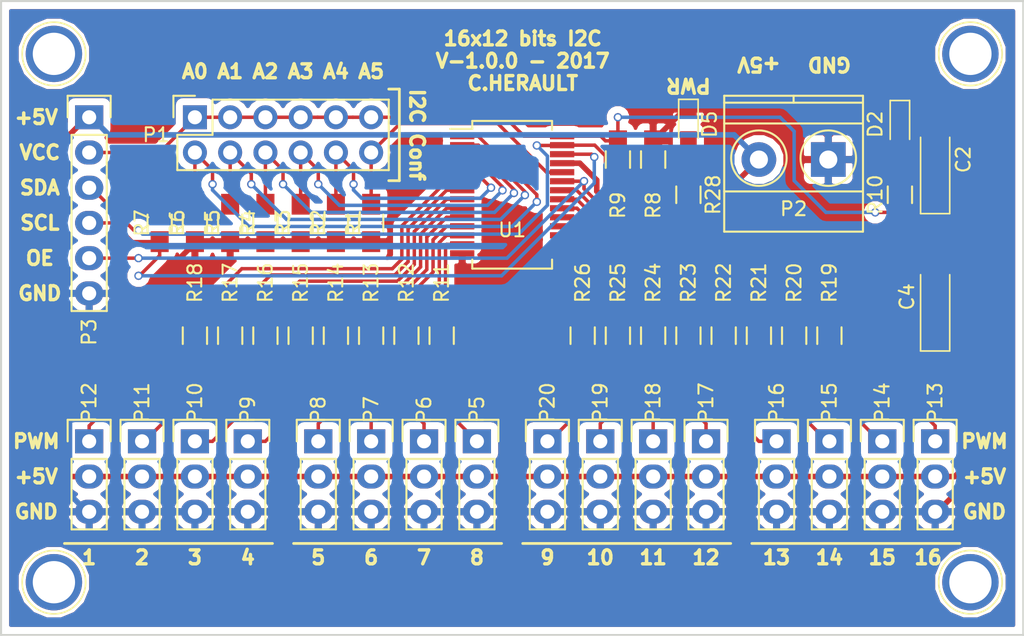
<source format=kicad_pcb>
(kicad_pcb (version 4) (host pcbnew 4.0.5-e0-6337~49~ubuntu16.04.1)
  (layers (0 F.Cu signal) (31 B.Cu signal) (34 B.Paste user) (35 F.Paste user) (36 B.SilkS user) (37 F.SilkS user) (38 B.Mask user) (39 F.Mask user) (44 Edge.Cuts user))
  (net 0 "")
  (net 1 GND)
  (net 2 VCC)
  (net 3 +5V)
  (net 4 "Net-(D2-Pad2)")
  (net 5 "Net-(D5-Pad2)")
  (net 6 "Net-(P1-Pad2)")
  (net 7 "Net-(P1-Pad4)")
  (net 8 "Net-(P1-Pad6)")
  (net 9 "Net-(P1-Pad8)")
  (net 10 "Net-(P1-Pad10)")
  (net 11 "Net-(P1-Pad12)")
  (net 12 SDA)
  (net 13 SCL)
  (net 14 OE)
  (net 15 "Net-(P5-Pad1)")
  (net 16 "Net-(P6-Pad1)")
  (net 17 "Net-(P7-Pad1)")
  (net 18 "Net-(P8-Pad1)")
  (net 19 "Net-(P9-Pad1)")
  (net 20 "Net-(P10-Pad1)")
  (net 21 "Net-(P11-Pad1)")
  (net 22 "Net-(P12-Pad1)")
  (net 23 "Net-(P13-Pad1)")
  (net 24 "Net-(P14-Pad1)")
  (net 25 "Net-(P15-Pad1)")
  (net 26 "Net-(P16-Pad1)")
  (net 27 "Net-(P17-Pad1)")
  (net 28 "Net-(P18-Pad1)")
  (net 29 "Net-(P19-Pad1)")
  (net 30 "Net-(P20-Pad1)")
  (net 31 PWM7)
  (net 32 PWM6)
  (net 33 PWM5)
  (net 34 PWM4)
  (net 35 PWM3)
  (net 36 PWM2)
  (net 37 PWM1)
  (net 38 PWM0)
  (net 39 PWM15)
  (net 40 PWM14)
  (net 41 PWM13)
  (net 42 PWM12)
  (net 43 PWM11)
  (net 44 PWM10)
  (net 45 PWM9)
  (net 46 PWM8)
  (module Connectors:1pin (layer F.Cu) (at 71.12 129.54)
    (fp_text reference REF** hide)
    (fp_text value 1pin)
    (pad 1 thru_hole circle (at 0 0) (size 4.064 4.064) (drill 3.048) (layers *.Cu *.Mask))
  )
  (module Connectors:1pin (layer F.Cu) (at 137.16 129.54)
    (fp_text reference REF** hide)
    (fp_text value 1pin)
    (pad 1 thru_hole circle (at 0 0) (size 4.064 4.064) (drill 3.048) (layers *.Cu *.Mask))
  )
  (module Connectors:1pin (layer F.Cu) (at 137.16 91.44)
    (fp_text reference REF** hide)
    (fp_text value 1pin)
    (pad 1 thru_hole circle (at 0 0) (size 4.064 4.064) (drill 3.048) (layers *.Cu *.Mask))
  )
  (module LEDs:LED_0805 (layer F.Cu) (at 132.08 96.604 270)
    (fp_text reference D2 (at -0.084 1.778 270) (layer F.SilkS))
    (fp_text value LED_Small)
    (pad 2 smd rect (at 1.1 0 90) (size 1.2 1.2) (layers F.Cu F.Paste F.Mask) (net 4 "Net-(D2-Pad2)"))
    (pad 1 smd rect (at -1.1 0 90) (size 1.2 1.2) (layers F.Cu F.Paste F.Mask) (net 1 GND))
  )
  (module LEDs:LED_0805 (layer F.Cu) (at 116.84 96.52 270)
    (fp_text reference D5 (at 0 -1.524 270) (layer F.SilkS))
    (fp_text value LED_Small)
    (pad 2 smd rect (at 1.1 0 90) (size 1.2 1.2) (layers F.Cu F.Paste F.Mask) (net 5 "Net-(D5-Pad2)"))
    (pad 1 smd rect (at -1.1 0 90) (size 1.2 1.2) (layers F.Cu F.Paste F.Mask) (net 1 GND))
  )
  (module Socket_Strips:Socket_Strip_Straight_2x06 (layer F.Cu) (at 81.28 96.012)
    (fp_text reference P1 (at -2.794 1.27) (layer F.SilkS))
    (fp_text value CONN_02X06)
    (pad 1 thru_hole rect (at 0 0) (size 1.7272 1.7272) (drill 1.016) (layers *.Cu *.Mask) (net 2 VCC))
    (pad 2 thru_hole oval (at 0 2.54) (size 1.7272 1.7272) (drill 1.016) (layers *.Cu *.Mask) (net 6 "Net-(P1-Pad2)"))
    (pad 3 thru_hole oval (at 2.54 0) (size 1.7272 1.7272) (drill 1.016) (layers *.Cu *.Mask) (net 2 VCC))
    (pad 4 thru_hole oval (at 2.54 2.54) (size 1.7272 1.7272) (drill 1.016) (layers *.Cu *.Mask) (net 7 "Net-(P1-Pad4)"))
    (pad 5 thru_hole oval (at 5.08 0) (size 1.7272 1.7272) (drill 1.016) (layers *.Cu *.Mask) (net 2 VCC))
    (pad 6 thru_hole oval (at 5.08 2.54) (size 1.7272 1.7272) (drill 1.016) (layers *.Cu *.Mask) (net 8 "Net-(P1-Pad6)"))
    (pad 7 thru_hole oval (at 7.62 0) (size 1.7272 1.7272) (drill 1.016) (layers *.Cu *.Mask) (net 2 VCC))
    (pad 8 thru_hole oval (at 7.62 2.54) (size 1.7272 1.7272) (drill 1.016) (layers *.Cu *.Mask) (net 9 "Net-(P1-Pad8)"))
    (pad 9 thru_hole oval (at 10.16 0) (size 1.7272 1.7272) (drill 1.016) (layers *.Cu *.Mask) (net 2 VCC))
    (pad 10 thru_hole oval (at 10.16 2.54) (size 1.7272 1.7272) (drill 1.016) (layers *.Cu *.Mask) (net 10 "Net-(P1-Pad10)"))
    (pad 11 thru_hole oval (at 12.7 0) (size 1.7272 1.7272) (drill 1.016) (layers *.Cu *.Mask) (net 2 VCC))
    (pad 12 thru_hole oval (at 12.7 2.54) (size 1.7272 1.7272) (drill 1.016) (layers *.Cu *.Mask) (net 11 "Net-(P1-Pad12)"))
  )
  (module Connectors_Terminal_Blocks:TerminalBlock_Pheonix_MKDS1.5-2pol (layer F.Cu) (at 126.92 99.06 180)
    (fp_text reference P2 (at 2.5 -3.556 180) (layer F.SilkS))
    (fp_text value CONN_01X02)
    (pad 1 thru_hole rect (at 0 0 180) (size 2.5 2.5) (drill 1.3) (layers *.Cu *.Mask) (net 1 GND))
    (pad 2 thru_hole circle (at 5 0 180) (size 2.5 2.5) (drill 1.3) (layers *.Cu *.Mask) (net 3 +5V))
  )
  (module Socket_Strips:Socket_Strip_Straight_1x06 (layer F.Cu) (at 73.66 96.012 270)
    (fp_text reference P3 (at 15.494 0 270) (layer F.SilkS))
    (fp_text value CONN_01X06)
    (pad 1 thru_hole rect (at 0 0 270) (size 1.7272 2.032) (drill 1.016) (layers *.Cu *.Mask) (net 3 +5V))
    (pad 2 thru_hole oval (at 2.54 0 270) (size 1.7272 2.032) (drill 1.016) (layers *.Cu *.Mask) (net 2 VCC))
    (pad 3 thru_hole oval (at 5.08 0 270) (size 1.7272 2.032) (drill 1.016) (layers *.Cu *.Mask) (net 12 SDA))
    (pad 4 thru_hole oval (at 7.62 0 270) (size 1.7272 2.032) (drill 1.016) (layers *.Cu *.Mask) (net 13 SCL))
    (pad 5 thru_hole oval (at 10.16 0 270) (size 1.7272 2.032) (drill 1.016) (layers *.Cu *.Mask) (net 14 OE))
    (pad 6 thru_hole oval (at 12.7 0 270) (size 1.7272 2.032) (drill 1.016) (layers *.Cu *.Mask) (net 1 GND))
  )
  (module Socket_Strips:Socket_Strip_Straight_1x03 (layer F.Cu) (at 101.6 119.38 270)
    (fp_text reference P5 (at -2.286 0 270) (layer F.SilkS))
    (fp_text value CONN_01X03)
    (pad 1 thru_hole rect (at 0 0 270) (size 1.7272 2.032) (drill 1.016) (layers *.Cu *.Mask) (net 15 "Net-(P5-Pad1)"))
    (pad 2 thru_hole oval (at 2.54 0 270) (size 1.7272 2.032) (drill 1.016) (layers *.Cu *.Mask) (net 3 +5V))
    (pad 3 thru_hole oval (at 5.08 0 270) (size 1.7272 2.032) (drill 1.016) (layers *.Cu *.Mask) (net 1 GND))
  )
  (module Socket_Strips:Socket_Strip_Straight_1x03 (layer F.Cu) (at 97.79 119.38 270)
    (fp_text reference P6 (at -2.286 0 270) (layer F.SilkS))
    (fp_text value CONN_01X03)
    (pad 1 thru_hole rect (at 0 0 270) (size 1.7272 2.032) (drill 1.016) (layers *.Cu *.Mask) (net 16 "Net-(P6-Pad1)"))
    (pad 2 thru_hole oval (at 2.54 0 270) (size 1.7272 2.032) (drill 1.016) (layers *.Cu *.Mask) (net 3 +5V))
    (pad 3 thru_hole oval (at 5.08 0 270) (size 1.7272 2.032) (drill 1.016) (layers *.Cu *.Mask) (net 1 GND))
  )
  (module Socket_Strips:Socket_Strip_Straight_1x03 (layer F.Cu) (at 93.98 119.38 270)
    (fp_text reference P7 (at -2.286 0 270) (layer F.SilkS))
    (fp_text value CONN_01X03)
    (pad 1 thru_hole rect (at 0 0 270) (size 1.7272 2.032) (drill 1.016) (layers *.Cu *.Mask) (net 17 "Net-(P7-Pad1)"))
    (pad 2 thru_hole oval (at 2.54 0 270) (size 1.7272 2.032) (drill 1.016) (layers *.Cu *.Mask) (net 3 +5V))
    (pad 3 thru_hole oval (at 5.08 0 270) (size 1.7272 2.032) (drill 1.016) (layers *.Cu *.Mask) (net 1 GND))
  )
  (module Socket_Strips:Socket_Strip_Straight_1x03 (layer F.Cu) (at 90.17 119.38 270)
    (fp_text reference P8 (at -2.286 0 270) (layer F.SilkS))
    (fp_text value CONN_01X03)
    (pad 1 thru_hole rect (at 0 0 270) (size 1.7272 2.032) (drill 1.016) (layers *.Cu *.Mask) (net 18 "Net-(P8-Pad1)"))
    (pad 2 thru_hole oval (at 2.54 0 270) (size 1.7272 2.032) (drill 1.016) (layers *.Cu *.Mask) (net 3 +5V))
    (pad 3 thru_hole oval (at 5.08 0 270) (size 1.7272 2.032) (drill 1.016) (layers *.Cu *.Mask) (net 1 GND))
  )
  (module Socket_Strips:Socket_Strip_Straight_1x03 (layer F.Cu) (at 85.09 119.38 270)
    (fp_text reference P9 (at -2.286 0 270) (layer F.SilkS))
    (fp_text value CONN_01X03)
    (pad 1 thru_hole rect (at 0 0 270) (size 1.7272 2.032) (drill 1.016) (layers *.Cu *.Mask) (net 19 "Net-(P9-Pad1)"))
    (pad 2 thru_hole oval (at 2.54 0 270) (size 1.7272 2.032) (drill 1.016) (layers *.Cu *.Mask) (net 3 +5V))
    (pad 3 thru_hole oval (at 5.08 0 270) (size 1.7272 2.032) (drill 1.016) (layers *.Cu *.Mask) (net 1 GND))
  )
  (module Socket_Strips:Socket_Strip_Straight_1x03 (layer F.Cu) (at 81.28 119.38 270)
    (fp_text reference P10 (at -2.794 0 270) (layer F.SilkS))
    (fp_text value CONN_01X03)
    (pad 1 thru_hole rect (at 0 0 270) (size 1.7272 2.032) (drill 1.016) (layers *.Cu *.Mask) (net 20 "Net-(P10-Pad1)"))
    (pad 2 thru_hole oval (at 2.54 0 270) (size 1.7272 2.032) (drill 1.016) (layers *.Cu *.Mask) (net 3 +5V))
    (pad 3 thru_hole oval (at 5.08 0 270) (size 1.7272 2.032) (drill 1.016) (layers *.Cu *.Mask) (net 1 GND))
  )
  (module Socket_Strips:Socket_Strip_Straight_1x03 (layer F.Cu) (at 77.47 119.38 270)
    (fp_text reference P11 (at -2.794 0 270) (layer F.SilkS))
    (fp_text value CONN_01X03)
    (pad 1 thru_hole rect (at 0 0 270) (size 1.7272 2.032) (drill 1.016) (layers *.Cu *.Mask) (net 21 "Net-(P11-Pad1)"))
    (pad 2 thru_hole oval (at 2.54 0 270) (size 1.7272 2.032) (drill 1.016) (layers *.Cu *.Mask) (net 3 +5V))
    (pad 3 thru_hole oval (at 5.08 0 270) (size 1.7272 2.032) (drill 1.016) (layers *.Cu *.Mask) (net 1 GND))
  )
  (module Socket_Strips:Socket_Strip_Straight_1x03 (layer F.Cu) (at 73.66 119.38 270)
    (fp_text reference P12 (at -2.794 0 270) (layer F.SilkS))
    (fp_text value CONN_01X03)
    (pad 1 thru_hole rect (at 0 0 270) (size 1.7272 2.032) (drill 1.016) (layers *.Cu *.Mask) (net 22 "Net-(P12-Pad1)"))
    (pad 2 thru_hole oval (at 2.54 0 270) (size 1.7272 2.032) (drill 1.016) (layers *.Cu *.Mask) (net 3 +5V))
    (pad 3 thru_hole oval (at 5.08 0 270) (size 1.7272 2.032) (drill 1.016) (layers *.Cu *.Mask) (net 1 GND))
  )
  (module Socket_Strips:Socket_Strip_Straight_1x03 (layer F.Cu) (at 134.62 119.38 270)
    (fp_text reference P13 (at -2.794 0 270) (layer F.SilkS))
    (fp_text value CONN_01X03)
    (pad 1 thru_hole rect (at 0 0 270) (size 1.7272 2.032) (drill 1.016) (layers *.Cu *.Mask) (net 23 "Net-(P13-Pad1)"))
    (pad 2 thru_hole oval (at 2.54 0 270) (size 1.7272 2.032) (drill 1.016) (layers *.Cu *.Mask) (net 3 +5V))
    (pad 3 thru_hole oval (at 5.08 0 270) (size 1.7272 2.032) (drill 1.016) (layers *.Cu *.Mask) (net 1 GND))
  )
  (module Socket_Strips:Socket_Strip_Straight_1x03 (layer F.Cu) (at 130.81 119.38 270)
    (fp_text reference P14 (at -2.794 0 270) (layer F.SilkS))
    (fp_text value CONN_01X03)
    (pad 1 thru_hole rect (at 0 0 270) (size 1.7272 2.032) (drill 1.016) (layers *.Cu *.Mask) (net 24 "Net-(P14-Pad1)"))
    (pad 2 thru_hole oval (at 2.54 0 270) (size 1.7272 2.032) (drill 1.016) (layers *.Cu *.Mask) (net 3 +5V))
    (pad 3 thru_hole oval (at 5.08 0 270) (size 1.7272 2.032) (drill 1.016) (layers *.Cu *.Mask) (net 1 GND))
  )
  (module Socket_Strips:Socket_Strip_Straight_1x03 (layer F.Cu) (at 127 119.38 270)
    (fp_text reference P15 (at -2.794 0 270) (layer F.SilkS))
    (fp_text value CONN_01X03)
    (pad 1 thru_hole rect (at 0 0 270) (size 1.7272 2.032) (drill 1.016) (layers *.Cu *.Mask) (net 25 "Net-(P15-Pad1)"))
    (pad 2 thru_hole oval (at 2.54 0 270) (size 1.7272 2.032) (drill 1.016) (layers *.Cu *.Mask) (net 3 +5V))
    (pad 3 thru_hole oval (at 5.08 0 270) (size 1.7272 2.032) (drill 1.016) (layers *.Cu *.Mask) (net 1 GND))
  )
  (module Socket_Strips:Socket_Strip_Straight_1x03 (layer F.Cu) (at 123.19 119.38 270)
    (fp_text reference P16 (at -2.794 0 270) (layer F.SilkS))
    (fp_text value CONN_01X03)
    (pad 1 thru_hole rect (at 0 0 270) (size 1.7272 2.032) (drill 1.016) (layers *.Cu *.Mask) (net 26 "Net-(P16-Pad1)"))
    (pad 2 thru_hole oval (at 2.54 0 270) (size 1.7272 2.032) (drill 1.016) (layers *.Cu *.Mask) (net 3 +5V))
    (pad 3 thru_hole oval (at 5.08 0 270) (size 1.7272 2.032) (drill 1.016) (layers *.Cu *.Mask) (net 1 GND))
  )
  (module Socket_Strips:Socket_Strip_Straight_1x03 (layer F.Cu) (at 118.11 119.38 270)
    (fp_text reference P17 (at -2.794 0 270) (layer F.SilkS))
    (fp_text value CONN_01X03)
    (pad 1 thru_hole rect (at 0 0 270) (size 1.7272 2.032) (drill 1.016) (layers *.Cu *.Mask) (net 27 "Net-(P17-Pad1)"))
    (pad 2 thru_hole oval (at 2.54 0 270) (size 1.7272 2.032) (drill 1.016) (layers *.Cu *.Mask) (net 3 +5V))
    (pad 3 thru_hole oval (at 5.08 0 270) (size 1.7272 2.032) (drill 1.016) (layers *.Cu *.Mask) (net 1 GND))
  )
  (module Socket_Strips:Socket_Strip_Straight_1x03 (layer F.Cu) (at 114.3 119.38 270)
    (fp_text reference P18 (at -2.794 0 270) (layer F.SilkS))
    (fp_text value CONN_01X03)
    (pad 1 thru_hole rect (at 0 0 270) (size 1.7272 2.032) (drill 1.016) (layers *.Cu *.Mask) (net 28 "Net-(P18-Pad1)"))
    (pad 2 thru_hole oval (at 2.54 0 270) (size 1.7272 2.032) (drill 1.016) (layers *.Cu *.Mask) (net 3 +5V))
    (pad 3 thru_hole oval (at 5.08 0 270) (size 1.7272 2.032) (drill 1.016) (layers *.Cu *.Mask) (net 1 GND))
  )
  (module Socket_Strips:Socket_Strip_Straight_1x03 (layer F.Cu) (at 110.49 119.38 270)
    (fp_text reference P19 (at -2.794 0 270) (layer F.SilkS))
    (fp_text value CONN_01X03)
    (pad 1 thru_hole rect (at 0 0 270) (size 1.7272 2.032) (drill 1.016) (layers *.Cu *.Mask) (net 29 "Net-(P19-Pad1)"))
    (pad 2 thru_hole oval (at 2.54 0 270) (size 1.7272 2.032) (drill 1.016) (layers *.Cu *.Mask) (net 3 +5V))
    (pad 3 thru_hole oval (at 5.08 0 270) (size 1.7272 2.032) (drill 1.016) (layers *.Cu *.Mask) (net 1 GND))
  )
  (module Socket_Strips:Socket_Strip_Straight_1x03 (layer F.Cu) (at 106.68 119.38 270)
    (fp_text reference P20 (at -2.794 0 270) (layer F.SilkS))
    (fp_text value CONN_01X03)
    (pad 1 thru_hole rect (at 0 0 270) (size 1.7272 2.032) (drill 1.016) (layers *.Cu *.Mask) (net 30 "Net-(P20-Pad1)"))
    (pad 2 thru_hole oval (at 2.54 0 270) (size 1.7272 2.032) (drill 1.016) (layers *.Cu *.Mask) (net 3 +5V))
    (pad 3 thru_hole oval (at 5.08 0 270) (size 1.7272 2.032) (drill 1.016) (layers *.Cu *.Mask) (net 1 GND))
  )
  (module Resistors_SMD:R_0805_HandSoldering (layer F.Cu) (at 93.98 103.632 270)
    (fp_text reference R1 (at 0 1.27 270) (layer F.SilkS))
    (fp_text value 10K)
    (pad 1 smd rect (at -1.35 0 270) (size 1.5 1.3) (layers F.Cu F.Paste F.Mask) (net 11 "Net-(P1-Pad12)"))
    (pad 2 smd rect (at 1.35 0 270) (size 1.5 1.3) (layers F.Cu F.Paste F.Mask) (net 1 GND))
  )
  (module Resistors_SMD:R_0805_HandSoldering (layer F.Cu) (at 91.44 103.632 270)
    (fp_text reference R2 (at 0 1.27 270) (layer F.SilkS))
    (fp_text value 10K)
    (pad 1 smd rect (at -1.35 0 270) (size 1.5 1.3) (layers F.Cu F.Paste F.Mask) (net 10 "Net-(P1-Pad10)"))
    (pad 2 smd rect (at 1.35 0 270) (size 1.5 1.3) (layers F.Cu F.Paste F.Mask) (net 1 GND))
  )
  (module Resistors_SMD:R_0805_HandSoldering (layer F.Cu) (at 88.9 103.632 270)
    (fp_text reference R3 (at 0 1.27 270) (layer F.SilkS))
    (fp_text value 10K)
    (pad 1 smd rect (at -1.35 0 270) (size 1.5 1.3) (layers F.Cu F.Paste F.Mask) (net 9 "Net-(P1-Pad8)"))
    (pad 2 smd rect (at 1.35 0 270) (size 1.5 1.3) (layers F.Cu F.Paste F.Mask) (net 1 GND))
  )
  (module Resistors_SMD:R_0805_HandSoldering (layer F.Cu) (at 86.36 103.632 270)
    (fp_text reference R4 (at 0 1.27 270) (layer F.SilkS))
    (fp_text value 10K)
    (pad 1 smd rect (at -1.35 0 270) (size 1.5 1.3) (layers F.Cu F.Paste F.Mask) (net 8 "Net-(P1-Pad6)"))
    (pad 2 smd rect (at 1.35 0 270) (size 1.5 1.3) (layers F.Cu F.Paste F.Mask) (net 1 GND))
  )
  (module Resistors_SMD:R_0805_HandSoldering (layer F.Cu) (at 83.82 103.632 270)
    (fp_text reference R5 (at 0 1.27 270) (layer F.SilkS))
    (fp_text value 10K)
    (pad 1 smd rect (at -1.35 0 270) (size 1.5 1.3) (layers F.Cu F.Paste F.Mask) (net 7 "Net-(P1-Pad4)"))
    (pad 2 smd rect (at 1.35 0 270) (size 1.5 1.3) (layers F.Cu F.Paste F.Mask) (net 1 GND))
  )
  (module Resistors_SMD:R_0805_HandSoldering (layer F.Cu) (at 81.28 103.632 270)
    (fp_text reference R6 (at 0 1.27 270) (layer F.SilkS))
    (fp_text value 10K)
    (pad 1 smd rect (at -1.35 0 270) (size 1.5 1.3) (layers F.Cu F.Paste F.Mask) (net 6 "Net-(P1-Pad2)"))
    (pad 2 smd rect (at 1.35 0 270) (size 1.5 1.3) (layers F.Cu F.Paste F.Mask) (net 1 GND))
  )
  (module Resistors_SMD:R_0805_HandSoldering (layer F.Cu) (at 78.74 103.632 270)
    (fp_text reference R7 (at 0 1.27 270) (layer F.SilkS))
    (fp_text value 10K)
    (pad 1 smd rect (at -1.35 0 270) (size 1.5 1.3) (layers F.Cu F.Paste F.Mask) (net 2 VCC))
    (pad 2 smd rect (at 1.35 0 270) (size 1.5 1.3) (layers F.Cu F.Paste F.Mask) (net 13 SCL))
  )
  (module Resistors_SMD:R_0805_HandSoldering (layer F.Cu) (at 114.3 99.06 90)
    (fp_text reference R8 (at -3.302 0 90) (layer F.SilkS))
    (fp_text value 10K)
    (pad 1 smd rect (at -1.35 0 90) (size 1.5 1.3) (layers F.Cu F.Paste F.Mask) (net 14 OE))
    (pad 2 smd rect (at 1.35 0 90) (size 1.5 1.3) (layers F.Cu F.Paste F.Mask) (net 1 GND))
  )
  (module Resistors_SMD:R_0805_HandSoldering (layer F.Cu) (at 111.76 99.06 270)
    (fp_text reference R9 (at 3.302 0 270) (layer F.SilkS))
    (fp_text value 10K)
    (pad 1 smd rect (at -1.35 0 270) (size 1.5 1.3) (layers F.Cu F.Paste F.Mask) (net 2 VCC))
    (pad 2 smd rect (at 1.35 0 270) (size 1.5 1.3) (layers F.Cu F.Paste F.Mask) (net 12 SDA))
  )
  (module Resistors_SMD:R_0805_HandSoldering (layer F.Cu) (at 132.08 101.6 270)
    (fp_text reference R10 (at 0 1.778 270) (layer F.SilkS))
    (fp_text value 470)
    (pad 1 smd rect (at -1.35 0 270) (size 1.5 1.3) (layers F.Cu F.Paste F.Mask) (net 4 "Net-(D2-Pad2)"))
    (pad 2 smd rect (at 1.35 0 270) (size 1.5 1.3) (layers F.Cu F.Paste F.Mask) (net 2 VCC))
  )
  (module Resistors_SMD:R_0805_HandSoldering (layer F.Cu) (at 99.06 111.76 90)
    (fp_text reference R11 (at 3.81 0 90) (layer F.SilkS))
    (fp_text value 220)
    (pad 1 smd rect (at -1.35 0 90) (size 1.5 1.3) (layers F.Cu F.Paste F.Mask) (net 15 "Net-(P5-Pad1)"))
    (pad 2 smd rect (at 1.35 0 90) (size 1.5 1.3) (layers F.Cu F.Paste F.Mask) (net 31 PWM7))
  )
  (module Resistors_SMD:R_0805_HandSoldering (layer F.Cu) (at 96.52 111.76 90)
    (fp_text reference R12 (at 3.81 0 90) (layer F.SilkS))
    (fp_text value 220)
    (pad 1 smd rect (at -1.35 0 90) (size 1.5 1.3) (layers F.Cu F.Paste F.Mask) (net 16 "Net-(P6-Pad1)"))
    (pad 2 smd rect (at 1.35 0 90) (size 1.5 1.3) (layers F.Cu F.Paste F.Mask) (net 32 PWM6))
  )
  (module Resistors_SMD:R_0805_HandSoldering (layer F.Cu) (at 93.98 111.76 90)
    (fp_text reference R13 (at 3.81 0 90) (layer F.SilkS))
    (fp_text value 220)
    (pad 1 smd rect (at -1.35 0 90) (size 1.5 1.3) (layers F.Cu F.Paste F.Mask) (net 17 "Net-(P7-Pad1)"))
    (pad 2 smd rect (at 1.35 0 90) (size 1.5 1.3) (layers F.Cu F.Paste F.Mask) (net 33 PWM5))
  )
  (module Resistors_SMD:R_0805_HandSoldering (layer F.Cu) (at 91.44 111.76 90)
    (fp_text reference R14 (at 3.81 0 90) (layer F.SilkS))
    (fp_text value 220)
    (pad 1 smd rect (at -1.35 0 90) (size 1.5 1.3) (layers F.Cu F.Paste F.Mask) (net 18 "Net-(P8-Pad1)"))
    (pad 2 smd rect (at 1.35 0 90) (size 1.5 1.3) (layers F.Cu F.Paste F.Mask) (net 34 PWM4))
  )
  (module Resistors_SMD:R_0805_HandSoldering (layer F.Cu) (at 88.9 111.76 90)
    (fp_text reference R15 (at 3.81 0 90) (layer F.SilkS))
    (fp_text value 220)
    (pad 1 smd rect (at -1.35 0 90) (size 1.5 1.3) (layers F.Cu F.Paste F.Mask) (net 19 "Net-(P9-Pad1)"))
    (pad 2 smd rect (at 1.35 0 90) (size 1.5 1.3) (layers F.Cu F.Paste F.Mask) (net 35 PWM3))
  )
  (module Resistors_SMD:R_0805_HandSoldering (layer F.Cu) (at 86.36 111.76 90)
    (fp_text reference R16 (at 3.81 0 90) (layer F.SilkS))
    (fp_text value 220)
    (pad 1 smd rect (at -1.35 0 90) (size 1.5 1.3) (layers F.Cu F.Paste F.Mask) (net 20 "Net-(P10-Pad1)"))
    (pad 2 smd rect (at 1.35 0 90) (size 1.5 1.3) (layers F.Cu F.Paste F.Mask) (net 36 PWM2))
  )
  (module Resistors_SMD:R_0805_HandSoldering (layer F.Cu) (at 83.82 111.76 90)
    (fp_text reference R17 (at 3.81 0 90) (layer F.SilkS))
    (fp_text value 220)
    (pad 1 smd rect (at -1.35 0 90) (size 1.5 1.3) (layers F.Cu F.Paste F.Mask) (net 21 "Net-(P11-Pad1)"))
    (pad 2 smd rect (at 1.35 0 90) (size 1.5 1.3) (layers F.Cu F.Paste F.Mask) (net 37 PWM1))
  )
  (module Resistors_SMD:R_0805_HandSoldering (layer F.Cu) (at 81.28 111.76 90)
    (fp_text reference R18 (at 3.81 0 90) (layer F.SilkS))
    (fp_text value 220)
    (pad 1 smd rect (at -1.35 0 90) (size 1.5 1.3) (layers F.Cu F.Paste F.Mask) (net 22 "Net-(P12-Pad1)"))
    (pad 2 smd rect (at 1.35 0 90) (size 1.5 1.3) (layers F.Cu F.Paste F.Mask) (net 38 PWM0))
  )
  (module Resistors_SMD:R_0805_HandSoldering (layer F.Cu) (at 127 111.76 90)
    (fp_text reference R19 (at 3.81 0 90) (layer F.SilkS))
    (fp_text value 220)
    (pad 1 smd rect (at -1.35 0 90) (size 1.5 1.3) (layers F.Cu F.Paste F.Mask) (net 23 "Net-(P13-Pad1)"))
    (pad 2 smd rect (at 1.35 0 90) (size 1.5 1.3) (layers F.Cu F.Paste F.Mask) (net 39 PWM15))
  )
  (module Resistors_SMD:R_0805_HandSoldering (layer F.Cu) (at 124.46 111.76 90)
    (fp_text reference R20 (at 3.81 0 90) (layer F.SilkS))
    (fp_text value 220)
    (pad 1 smd rect (at -1.35 0 90) (size 1.5 1.3) (layers F.Cu F.Paste F.Mask) (net 24 "Net-(P14-Pad1)"))
    (pad 2 smd rect (at 1.35 0 90) (size 1.5 1.3) (layers F.Cu F.Paste F.Mask) (net 40 PWM14))
  )
  (module Resistors_SMD:R_0805_HandSoldering (layer F.Cu) (at 121.92 111.76 90)
    (fp_text reference R21 (at 3.81 0 90) (layer F.SilkS))
    (fp_text value 220)
    (pad 1 smd rect (at -1.35 0 90) (size 1.5 1.3) (layers F.Cu F.Paste F.Mask) (net 25 "Net-(P15-Pad1)"))
    (pad 2 smd rect (at 1.35 0 90) (size 1.5 1.3) (layers F.Cu F.Paste F.Mask) (net 41 PWM13))
  )
  (module Resistors_SMD:R_0805_HandSoldering (layer F.Cu) (at 119.38 111.76 90)
    (fp_text reference R22 (at 3.81 0 90) (layer F.SilkS))
    (fp_text value 220)
    (pad 1 smd rect (at -1.35 0 90) (size 1.5 1.3) (layers F.Cu F.Paste F.Mask) (net 26 "Net-(P16-Pad1)"))
    (pad 2 smd rect (at 1.35 0 90) (size 1.5 1.3) (layers F.Cu F.Paste F.Mask) (net 42 PWM12))
  )
  (module Resistors_SMD:R_0805_HandSoldering (layer F.Cu) (at 116.84 111.76 90)
    (fp_text reference R23 (at 3.81 0 90) (layer F.SilkS))
    (fp_text value 220)
    (pad 1 smd rect (at -1.35 0 90) (size 1.5 1.3) (layers F.Cu F.Paste F.Mask) (net 27 "Net-(P17-Pad1)"))
    (pad 2 smd rect (at 1.35 0 90) (size 1.5 1.3) (layers F.Cu F.Paste F.Mask) (net 43 PWM11))
  )
  (module Resistors_SMD:R_0805_HandSoldering (layer F.Cu) (at 114.3 111.76 90)
    (fp_text reference R24 (at 3.81 0 90) (layer F.SilkS))
    (fp_text value 220)
    (pad 1 smd rect (at -1.35 0 90) (size 1.5 1.3) (layers F.Cu F.Paste F.Mask) (net 28 "Net-(P18-Pad1)"))
    (pad 2 smd rect (at 1.35 0 90) (size 1.5 1.3) (layers F.Cu F.Paste F.Mask) (net 44 PWM10))
  )
  (module Resistors_SMD:R_0805_HandSoldering (layer F.Cu) (at 111.76 111.76 90)
    (fp_text reference R25 (at 3.81 0 90) (layer F.SilkS))
    (fp_text value 220)
    (pad 1 smd rect (at -1.35 0 90) (size 1.5 1.3) (layers F.Cu F.Paste F.Mask) (net 29 "Net-(P19-Pad1)"))
    (pad 2 smd rect (at 1.35 0 90) (size 1.5 1.3) (layers F.Cu F.Paste F.Mask) (net 45 PWM9))
  )
  (module Resistors_SMD:R_0805_HandSoldering (layer F.Cu) (at 109.22 111.76 90)
    (fp_text reference R26 (at 3.81 0 90) (layer F.SilkS))
    (fp_text value 220)
    (pad 1 smd rect (at -1.35 0 90) (size 1.5 1.3) (layers F.Cu F.Paste F.Mask) (net 30 "Net-(P20-Pad1)"))
    (pad 2 smd rect (at 1.35 0 90) (size 1.5 1.3) (layers F.Cu F.Paste F.Mask) (net 46 PWM8))
  )
  (module Resistors_SMD:R_0805_HandSoldering (layer F.Cu) (at 116.84 101.6 270)
    (fp_text reference R28 (at 0 -1.778 270) (layer F.SilkS))
    (fp_text value 470)
    (pad 1 smd rect (at -1.35 0 270) (size 1.5 1.3) (layers F.Cu F.Paste F.Mask) (net 5 "Net-(D5-Pad2)"))
    (pad 2 smd rect (at 1.35 0 270) (size 1.5 1.3) (layers F.Cu F.Paste F.Mask) (net 3 +5V))
  )
  (module Housings_SSOP:SSOP-28_5.3x10.2mm_Pitch0.65mm (layer F.Cu) (at 104.14 101.6)
    (fp_text reference U1 (at 0 2.54) (layer F.SilkS))
    (fp_text value PCA9685)
    (pad 1 smd rect (at -3.6 -4.225) (size 1.75 0.45) (layers F.Cu F.Paste F.Mask) (net 6 "Net-(P1-Pad2)"))
    (pad 2 smd rect (at -3.6 -3.575) (size 1.75 0.45) (layers F.Cu F.Paste F.Mask) (net 7 "Net-(P1-Pad4)"))
    (pad 3 smd rect (at -3.6 -2.925) (size 1.75 0.45) (layers F.Cu F.Paste F.Mask) (net 8 "Net-(P1-Pad6)"))
    (pad 4 smd rect (at -3.6 -2.275) (size 1.75 0.45) (layers F.Cu F.Paste F.Mask) (net 9 "Net-(P1-Pad8)"))
    (pad 5 smd rect (at -3.6 -1.625) (size 1.75 0.45) (layers F.Cu F.Paste F.Mask) (net 10 "Net-(P1-Pad10)"))
    (pad 6 smd rect (at -3.6 -0.975) (size 1.75 0.45) (layers F.Cu F.Paste F.Mask) (net 38 PWM0))
    (pad 7 smd rect (at -3.6 -0.325) (size 1.75 0.45) (layers F.Cu F.Paste F.Mask) (net 37 PWM1))
    (pad 8 smd rect (at -3.6 0.325) (size 1.75 0.45) (layers F.Cu F.Paste F.Mask) (net 36 PWM2))
    (pad 9 smd rect (at -3.6 0.975) (size 1.75 0.45) (layers F.Cu F.Paste F.Mask) (net 35 PWM3))
    (pad 10 smd rect (at -3.6 1.625) (size 1.75 0.45) (layers F.Cu F.Paste F.Mask) (net 34 PWM4))
    (pad 11 smd rect (at -3.6 2.275) (size 1.75 0.45) (layers F.Cu F.Paste F.Mask) (net 33 PWM5))
    (pad 12 smd rect (at -3.6 2.925) (size 1.75 0.45) (layers F.Cu F.Paste F.Mask) (net 32 PWM6))
    (pad 13 smd rect (at -3.6 3.575) (size 1.75 0.45) (layers F.Cu F.Paste F.Mask) (net 31 PWM7))
    (pad 14 smd rect (at -3.6 4.225) (size 1.75 0.45) (layers F.Cu F.Paste F.Mask) (net 1 GND))
    (pad 15 smd rect (at 3.6 4.225) (size 1.75 0.45) (layers F.Cu F.Paste F.Mask) (net 46 PWM8))
    (pad 16 smd rect (at 3.6 3.575) (size 1.75 0.45) (layers F.Cu F.Paste F.Mask) (net 45 PWM9))
    (pad 17 smd rect (at 3.6 2.925) (size 1.75 0.45) (layers F.Cu F.Paste F.Mask) (net 44 PWM10))
    (pad 18 smd rect (at 3.6 2.275) (size 1.75 0.45) (layers F.Cu F.Paste F.Mask) (net 43 PWM11))
    (pad 19 smd rect (at 3.6 1.625) (size 1.75 0.45) (layers F.Cu F.Paste F.Mask) (net 42 PWM12))
    (pad 20 smd rect (at 3.6 0.975) (size 1.75 0.45) (layers F.Cu F.Paste F.Mask) (net 41 PWM13))
    (pad 21 smd rect (at 3.6 0.325) (size 1.75 0.45) (layers F.Cu F.Paste F.Mask) (net 40 PWM14))
    (pad 22 smd rect (at 3.6 -0.325) (size 1.75 0.45) (layers F.Cu F.Paste F.Mask) (net 39 PWM15))
    (pad 23 smd rect (at 3.6 -0.975) (size 1.75 0.45) (layers F.Cu F.Paste F.Mask) (net 14 OE))
    (pad 24 smd rect (at 3.6 -1.625) (size 1.75 0.45) (layers F.Cu F.Paste F.Mask) (net 11 "Net-(P1-Pad12)"))
    (pad 25 smd rect (at 3.6 -2.275) (size 1.75 0.45) (layers F.Cu F.Paste F.Mask) (net 1 GND))
    (pad 26 smd rect (at 3.6 -2.925) (size 1.75 0.45) (layers F.Cu F.Paste F.Mask) (net 13 SCL))
    (pad 27 smd rect (at 3.6 -3.575) (size 1.75 0.45) (layers F.Cu F.Paste F.Mask) (net 12 SDA))
    (pad 28 smd rect (at 3.6 -4.225) (size 1.75 0.45) (layers F.Cu F.Paste F.Mask) (net 2 VCC))
  )
  (module Capacitors_Tantalum_SMD:CP_Tantalum_Case-S_EIA-3216-12_Hand (layer F.Cu) (at 134.62 99.06 90)
    (fp_text reference C2 (at 0 2.032 90) (layer F.SilkS))
    (fp_text value 10uF)
    (pad 1 smd rect (at -2 0 90) (size 3.2 1.5) (layers F.Cu F.Paste F.Mask) (net 2 VCC))
    (pad 2 smd rect (at 2 0 90) (size 3.2 1.5) (layers F.Cu F.Paste F.Mask) (net 1 GND))
  )
  (module Capacitors_Tantalum_SMD:CP_Tantalum_Case-S_EIA-3216-12_Hand (layer F.Cu) (at 134.62 108.966 90)
    (fp_text reference C4 (at 0 -2.032 90) (layer F.SilkS))
    (fp_text value 10uF)
    (pad 1 smd rect (at -2 0 90) (size 3.2 1.5) (layers F.Cu F.Paste F.Mask) (net 3 +5V))
    (pad 2 smd rect (at 2 0 90) (size 3.2 1.5) (layers F.Cu F.Paste F.Mask) (net 1 GND))
  )
  (module Connectors:1pin (layer F.Cu) (at 71.12 91.44)
    (fp_text reference REF** hide)
    (fp_text value 1pin)
    (pad 1 thru_hole circle (at 0 0) (size 4.064 4.064) (drill 3.048) (layers *.Cu *.Mask))
  )
  (gr_text "16x12 bits I2C\nV-1.0.0 - 2017\nC.HERAULT" (at 104.902 91.948) (layer F.SilkS) (effects (font (size 1 1) (thickness 0.25))))
  (gr_text VCC (at 70.104 98.552) (layer F.SilkS) (effects (font (size 1 1) (thickness 0.25))))
  (gr_text SDA (at 70.104 101.092) (layer F.SilkS) (effects (font (size 1 1) (thickness 0.25))))
  (gr_text SCL (at 70.104 103.632) (layer F.SilkS) (effects (font (size 1 1) (thickness 0.25))))
  (gr_text OE (at 70.104 106.172) (layer F.SilkS) (effects (font (size 1 1) (thickness 0.25))))
  (gr_text GND (at 70.104 108.712) (layer F.SilkS) (effects (font (size 1 1) (thickness 0.25))))
  (gr_text "+5V\n" (at 69.85 96.012) (layer F.SilkS) (effects (font (size 1 1) (thickness 0.25))))
  (gr_text "I2C Conf" (at 97.282 97.282 270) (layer F.SilkS) (effects (font (size 1 1) (thickness 0.25))))
  (gr_line (start 96.012 100.584) (end 95.25 100.584) (layer F.SilkS) (width 0.2))
  (gr_line (start 96.012 93.98) (end 96.012 100.584) (layer F.SilkS) (width 0.2))
  (gr_line (start 95.25 93.98) (end 96.012 93.98) (layer F.SilkS) (width 0.2))
  (gr_text A5 (at 93.98 92.71) (layer F.SilkS) (effects (font (size 1 1) (thickness 0.25))))
  (gr_text A4 (at 91.44 92.71) (layer F.SilkS) (effects (font (size 1 1) (thickness 0.25))))
  (gr_text A3 (at 88.9 92.71) (layer F.SilkS) (effects (font (size 1 1) (thickness 0.25))))
  (gr_text A2 (at 86.36 92.71) (layer F.SilkS) (effects (font (size 1 1) (thickness 0.25))))
  (gr_text A1 (at 83.82 92.71) (layer F.SilkS) (effects (font (size 1 1) (thickness 0.25))))
  (gr_text A0 (at 81.28 92.71) (layer F.SilkS) (effects (font (size 1 1) (thickness 0.25))))
  (gr_text PWR (at 116.84 93.726 180) (layer F.SilkS) (effects (font (size 1 1) (thickness 0.25))))
  (gr_text GND (at 127 92.202 180) (layer F.SilkS) (effects (font (size 1 1) (thickness 0.25))))
  (gr_text +5V (at 121.92 92.202 180) (layer F.SilkS) (effects (font (size 1 1) (thickness 0.25))))
  (gr_text GND (at 138.176 124.46) (layer F.SilkS) (effects (font (size 1 1) (thickness 0.25))))
  (gr_text "+5V\n" (at 138.176 121.92) (layer F.SilkS) (effects (font (size 1 1) (thickness 0.25))))
  (gr_text PWM (at 138.176 119.38) (layer F.SilkS) (effects (font (size 1 1) (thickness 0.25))))
  (gr_text PWM (at 69.85 119.38) (layer F.SilkS) (effects (font (size 1 1) (thickness 0.25))))
  (gr_text "+5V\n" (at 69.85 121.92) (layer F.SilkS) (effects (font (size 1 1) (thickness 0.25))))
  (gr_text GND (at 69.85 124.46) (layer F.SilkS) (effects (font (size 1 1) (thickness 0.25))))
  (gr_text 16 (at 134.112 127.762) (layer F.SilkS) (effects (font (size 1 1) (thickness 0.25))))
  (gr_text 15 (at 130.81 127.762) (layer F.SilkS) (effects (font (size 1 1) (thickness 0.25))))
  (gr_text 14 (at 127 127.762) (layer F.SilkS) (effects (font (size 1 1) (thickness 0.25))))
  (gr_text 13 (at 123.19 127.762) (layer F.SilkS) (effects (font (size 1 1) (thickness 0.25))))
  (gr_text 12 (at 118.11 127.762) (layer F.SilkS) (effects (font (size 1 1) (thickness 0.25))))
  (gr_text 11 (at 114.3 127.762) (layer F.SilkS) (effects (font (size 1 1) (thickness 0.25))))
  (gr_text 10 (at 110.49 127.762) (layer F.SilkS) (effects (font (size 1 1) (thickness 0.25))))
  (gr_text 9 (at 106.68 127.762) (layer F.SilkS) (effects (font (size 1 1) (thickness 0.25))))
  (gr_text 8 (at 101.6 127.762) (layer F.SilkS) (effects (font (size 1 1) (thickness 0.25))))
  (gr_text 7 (at 97.79 127.762) (layer F.SilkS) (effects (font (size 1 1) (thickness 0.25))))
  (gr_text 6 (at 93.98 127.762) (layer F.SilkS) (effects (font (size 1 1) (thickness 0.25))))
  (gr_text 5 (at 90.17 127.762) (layer F.SilkS) (effects (font (size 1 1) (thickness 0.25))))
  (gr_text 4 (at 85.09 127.762) (layer F.SilkS) (effects (font (size 1 1) (thickness 0.25))))
  (gr_text 3 (at 81.28 127.762) (layer F.SilkS) (effects (font (size 1 1) (thickness 0.25))))
  (gr_text 2 (at 77.47 127.762) (layer F.SilkS) (effects (font (size 1 1) (thickness 0.25))))
  (gr_text 1 (at 73.66 127.762) (layer F.SilkS) (effects (font (size 1 1) (thickness 0.25))))
  (gr_line (start 121.412 126.746) (end 136.398 126.746) (layer F.SilkS) (width 0.2))
  (gr_line (start 104.902 126.746) (end 119.888 126.746) (layer F.SilkS) (width 0.2))
  (gr_line (start 88.392 126.746) (end 103.378 126.746) (layer F.SilkS) (width 0.2))
  (gr_line (start 71.882 126.746) (end 86.868 126.746) (layer F.SilkS) (width 0.2))
  (gr_line (start 67.31 133.35) (end 67.31 87.63) (layer Edge.Cuts) (width 0.15))
  (gr_line (start 140.97 133.35) (end 67.31 133.35) (layer Edge.Cuts) (width 0.15))
  (gr_line (start 140.97 87.63) (end 140.97 133.35) (layer Edge.Cuts) (width 0.15))
  (gr_line (start 67.31 87.63) (end 140.97 87.63) (layer Edge.Cuts) (width 0.15))
  (segment (start 99.988 111.76) (end 78.124 111.76) (width 0.4) (layer F.Cu) (net 1))
  (segment (start 78.124 111.76) (end 77.65 111.286) (width 0.4) (layer F.Cu) (net 1))
  (segment (start 77.65 111.286) (end 77.65 108.712) (width 0.4) (layer F.Cu) (net 1))
  (segment (start 100.54 111.208) (end 99.988 111.76) (width 0.4) (layer F.Cu) (net 1))
  (segment (start 100.54 105.825) (end 100.54 111.208) (width 0.4) (layer F.Cu) (net 1))
  (segment (start 137.16 108.356) (end 137.16 122.0724) (width 0.4) (layer F.Cu) (net 1))
  (segment (start 137.16 122.0724) (end 134.7724 124.46) (width 0.4) (layer F.Cu) (net 1))
  (segment (start 134.7724 124.46) (end 134.62 124.46) (width 0.4) (layer F.Cu) (net 1))
  (segment (start 134.62 106.966) (end 135.77 106.966) (width 0.4) (layer F.Cu) (net 1))
  (segment (start 135.77 106.966) (end 137.16 108.356) (width 0.4) (layer F.Cu) (net 1))
  (segment (start 73.66 108.712) (end 73.66 109.9756) (width 0.4) (layer B.Cu) (net 1))
  (segment (start 73.66 109.9756) (end 72.24399 111.39161) (width 0.4) (layer B.Cu) (net 1))
  (segment (start 72.24399 123.19639) (end 73.5076 124.46) (width 0.4) (layer B.Cu) (net 1))
  (segment (start 72.24399 111.39161) (end 72.24399 123.19639) (width 0.4) (layer B.Cu) (net 1))
  (segment (start 73.5076 124.46) (end 73.66 124.46) (width 0.4) (layer B.Cu) (net 1))
  (segment (start 136.144 104.592) (end 136.144 99.434) (width 0.4) (layer F.Cu) (net 1))
  (segment (start 136.144 99.434) (end 134.62 97.91) (width 0.4) (layer F.Cu) (net 1))
  (segment (start 134.62 97.91) (end 134.62 97.06) (width 0.4) (layer F.Cu) (net 1))
  (segment (start 134.62 106.966) (end 134.62 106.116) (width 0.4) (layer F.Cu) (net 1))
  (segment (start 134.62 106.116) (end 136.144 104.592) (width 0.4) (layer F.Cu) (net 1))
  (segment (start 132.08 95.504) (end 133.064 95.504) (width 0.4) (layer F.Cu) (net 1))
  (segment (start 133.064 95.504) (end 134.62 97.06) (width 0.4) (layer F.Cu) (net 1))
  (segment (start 132.08 95.504) (end 128.826 95.504) (width 0.4) (layer F.Cu) (net 1))
  (segment (start 128.826 95.504) (end 126.92 97.41) (width 0.4) (layer F.Cu) (net 1))
  (segment (start 126.92 97.41) (end 126.92 99.06) (width 0.4) (layer F.Cu) (net 1))
  (segment (start 116.84 95.42) (end 124.93 95.42) (width 0.4) (layer F.Cu) (net 1))
  (segment (start 124.93 95.42) (end 126.92 97.41) (width 0.4) (layer F.Cu) (net 1))
  (segment (start 113.03 101.346) (end 113.03 99.08) (width 0.4) (layer F.Cu) (net 1))
  (segment (start 113.03 99.08) (end 114.3 97.81) (width 0.4) (layer F.Cu) (net 1))
  (segment (start 114.3 97.81) (end 114.3 97.71) (width 0.4) (layer F.Cu) (net 1))
  (segment (start 112.522 101.854) (end 113.03 101.346) (width 0.4) (layer F.Cu) (net 1))
  (segment (start 110.744 101.854) (end 112.522 101.854) (width 0.4) (layer F.Cu) (net 1))
  (segment (start 110.236 101.346) (end 110.744 101.854) (width 0.4) (layer F.Cu) (net 1))
  (segment (start 110.236 100.546) (end 110.236 101.346) (width 0.4) (layer F.Cu) (net 1))
  (segment (start 107.74 99.325) (end 109.015 99.325) (width 0.4) (layer F.Cu) (net 1))
  (segment (start 109.015 99.325) (end 110.236 100.546) (width 0.4) (layer F.Cu) (net 1))
  (segment (start 116.84 95.42) (end 116.59 95.42) (width 0.4) (layer F.Cu) (net 1))
  (segment (start 116.59 95.42) (end 114.3 97.71) (width 0.4) (layer F.Cu) (net 1))
  (segment (start 73.66 108.712) (end 77.65 108.712) (width 0.4) (layer F.Cu) (net 1))
  (segment (start 77.65 108.712) (end 81.28 105.082) (width 0.4) (layer F.Cu) (net 1))
  (segment (start 81.28 105.082) (end 81.28 104.982) (width 0.4) (layer F.Cu) (net 1))
  (segment (start 91.44 104.982) (end 93.98 104.982) (width 0.4) (layer F.Cu) (net 1))
  (segment (start 88.9 104.982) (end 91.44 104.982) (width 0.4) (layer F.Cu) (net 1))
  (segment (start 86.36 104.982) (end 88.9 104.982) (width 0.4) (layer F.Cu) (net 1))
  (segment (start 83.82 104.982) (end 86.36 104.982) (width 0.4) (layer F.Cu) (net 1))
  (segment (start 81.28 104.982) (end 83.82 104.982) (width 0.4) (layer F.Cu) (net 1))
  (segment (start 130.81 124.46) (end 134.62 124.46) (width 0.4) (layer B.Cu) (net 1))
  (segment (start 127 124.46) (end 130.81 124.46) (width 0.4) (layer B.Cu) (net 1))
  (segment (start 123.19 124.46) (end 127 124.46) (width 0.4) (layer B.Cu) (net 1))
  (segment (start 118.11 124.46) (end 119.526 124.46) (width 0.4) (layer B.Cu) (net 1))
  (segment (start 119.526 124.46) (end 123.19 124.46) (width 0.4) (layer B.Cu) (net 1))
  (segment (start 114.3 124.46) (end 118.11 124.46) (width 0.4) (layer B.Cu) (net 1))
  (segment (start 110.49 124.46) (end 114.3 124.46) (width 0.4) (layer B.Cu) (net 1))
  (segment (start 106.68 124.46) (end 110.49 124.46) (width 0.4) (layer B.Cu) (net 1))
  (segment (start 101.6 124.46) (end 103.016 124.46) (width 0.4) (layer B.Cu) (net 1))
  (segment (start 103.016 124.46) (end 106.68 124.46) (width 0.4) (layer B.Cu) (net 1))
  (segment (start 97.79 124.46) (end 101.6 124.46) (width 0.4) (layer B.Cu) (net 1))
  (segment (start 93.98 124.46) (end 97.79 124.46) (width 0.4) (layer B.Cu) (net 1))
  (segment (start 90.17 124.46) (end 93.98 124.46) (width 0.4) (layer B.Cu) (net 1))
  (segment (start 85.09 124.46) (end 86.506 124.46) (width 0.4) (layer B.Cu) (net 1))
  (segment (start 86.506 124.46) (end 90.17 124.46) (width 0.4) (layer B.Cu) (net 1))
  (segment (start 81.28 124.46) (end 85.09 124.46) (width 0.4) (layer B.Cu) (net 1))
  (segment (start 77.47 124.46) (end 81.28 124.46) (width 0.4) (layer B.Cu) (net 1))
  (segment (start 73.66 124.46) (end 77.47 124.46) (width 0.4) (layer B.Cu) (net 1))
  (segment (start 130.302 102.87) (end 132 102.87) (width 0.25) (layer F.Cu) (net 2))
  (segment (start 132 102.87) (end 132.08 102.95) (width 0.25) (layer F.Cu) (net 2))
  (segment (start 124.46 100.584) (end 126.746 102.87) (width 0.25) (layer B.Cu) (net 2))
  (segment (start 126.746 102.87) (end 130.302 102.87) (width 0.25) (layer B.Cu) (net 2))
  (via (at 130.302 102.87) (size 0.6) (drill 0.4) (layers F.Cu B.Cu) (net 2))
  (segment (start 124.46 99.685002) (end 124.46 100.584) (width 0.25) (layer B.Cu) (net 2))
  (segment (start 124.46 97.028) (end 124.46 99.685002) (width 0.25) (layer B.Cu) (net 2))
  (segment (start 123.444 96.012) (end 124.46 97.028) (width 0.25) (layer B.Cu) (net 2))
  (segment (start 111.76 96.012) (end 123.444 96.012) (width 0.25) (layer B.Cu) (net 2))
  (segment (start 111.76 97.71) (end 111.76 96.012) (width 0.25) (layer F.Cu) (net 2))
  (via (at 111.76 96.012) (size 0.6) (drill 0.4) (layers F.Cu B.Cu) (net 2))
  (segment (start 93.98 96.012) (end 103.632 96.012) (width 0.25) (layer F.Cu) (net 2))
  (segment (start 103.632 96.012) (end 104.995 97.375) (width 0.25) (layer F.Cu) (net 2))
  (segment (start 104.995 97.375) (end 107.74 97.375) (width 0.25) (layer F.Cu) (net 2))
  (segment (start 134.62 101.06) (end 134.62 101.91) (width 0.25) (layer F.Cu) (net 2))
  (segment (start 134.62 101.91) (end 133.58 102.95) (width 0.25) (layer F.Cu) (net 2))
  (segment (start 133.58 102.95) (end 132.98 102.95) (width 0.25) (layer F.Cu) (net 2))
  (segment (start 132.98 102.95) (end 132.08 102.95) (width 0.25) (layer F.Cu) (net 2))
  (segment (start 111.76 97.71) (end 110.86 97.71) (width 0.25) (layer F.Cu) (net 2))
  (segment (start 110.86 97.71) (end 110.525 97.375) (width 0.25) (layer F.Cu) (net 2))
  (segment (start 108.865 97.375) (end 107.74 97.375) (width 0.25) (layer F.Cu) (net 2))
  (segment (start 110.525 97.375) (end 108.865 97.375) (width 0.25) (layer F.Cu) (net 2))
  (segment (start 78.74 98.552) (end 78.74 102.282) (width 0.25) (layer F.Cu) (net 2))
  (segment (start 73.66 98.552) (end 78.74 98.552) (width 0.25) (layer F.Cu) (net 2))
  (segment (start 78.74 98.552) (end 81.28 96.012) (width 0.25) (layer F.Cu) (net 2))
  (segment (start 91.44 96.012) (end 92.661314 96.012) (width 0.25) (layer F.Cu) (net 2))
  (segment (start 92.661314 96.012) (end 93.98 96.012) (width 0.25) (layer F.Cu) (net 2))
  (segment (start 88.9 96.012) (end 90.121314 96.012) (width 0.25) (layer F.Cu) (net 2))
  (segment (start 90.121314 96.012) (end 91.44 96.012) (width 0.25) (layer F.Cu) (net 2))
  (segment (start 86.36 96.012) (end 88.9 96.012) (width 0.25) (layer F.Cu) (net 2))
  (segment (start 83.82 96.012) (end 86.36 96.012) (width 0.25) (layer F.Cu) (net 2))
  (segment (start 81.28 96.012) (end 82.3936 96.012) (width 0.25) (layer F.Cu) (net 2))
  (segment (start 82.3936 96.012) (end 83.82 96.012) (width 0.25) (layer F.Cu) (net 2))
  (segment (start 134.62 110.966) (end 135.77 110.966) (width 0.4) (layer F.Cu) (net 3))
  (segment (start 135.77 110.966) (end 136.398 111.594) (width 0.4) (layer F.Cu) (net 3))
  (segment (start 136.398 111.594) (end 136.398 121.558) (width 0.4) (layer F.Cu) (net 3))
  (segment (start 136.398 121.558) (end 136.036 121.92) (width 0.4) (layer F.Cu) (net 3))
  (segment (start 136.036 121.92) (end 134.62 121.92) (width 0.4) (layer F.Cu) (net 3))
  (segment (start 73.66 96.012) (end 73.5076 96.012) (width 0.4) (layer F.Cu) (net 3))
  (segment (start 73.5076 96.012) (end 71.882 97.6376) (width 0.4) (layer F.Cu) (net 3))
  (segment (start 71.882 121.558) (end 72.244 121.92) (width 0.4) (layer F.Cu) (net 3))
  (segment (start 71.882 97.6376) (end 71.882 121.558) (width 0.4) (layer F.Cu) (net 3))
  (segment (start 72.244 121.92) (end 73.66 121.92) (width 0.4) (layer F.Cu) (net 3))
  (segment (start 75.0824 97.282) (end 120.142 97.282) (width 0.4) (layer B.Cu) (net 3))
  (segment (start 120.142 97.282) (end 121.92 99.06) (width 0.4) (layer B.Cu) (net 3))
  (segment (start 73.66 96.012) (end 73.8124 96.012) (width 0.4) (layer B.Cu) (net 3))
  (segment (start 73.8124 96.012) (end 75.0824 97.282) (width 0.4) (layer B.Cu) (net 3))
  (segment (start 116.84 102.95) (end 118.03 102.95) (width 0.4) (layer F.Cu) (net 3))
  (segment (start 118.03 102.95) (end 121.92 99.06) (width 0.4) (layer F.Cu) (net 3))
  (segment (start 130.81 121.92) (end 134.62 121.92) (width 0.4) (layer F.Cu) (net 3))
  (segment (start 127 121.92) (end 130.81 121.92) (width 0.4) (layer F.Cu) (net 3))
  (segment (start 123.19 121.92) (end 127 121.92) (width 0.4) (layer F.Cu) (net 3))
  (segment (start 118.11 121.92) (end 123.19 121.92) (width 0.4) (layer F.Cu) (net 3))
  (segment (start 114.3 121.92) (end 118.11 121.92) (width 0.4) (layer F.Cu) (net 3))
  (segment (start 110.49 121.92) (end 114.3 121.92) (width 0.4) (layer F.Cu) (net 3))
  (segment (start 106.68 121.92) (end 110.49 121.92) (width 0.4) (layer F.Cu) (net 3))
  (segment (start 101.6 121.92) (end 103.016 121.92) (width 0.4) (layer F.Cu) (net 3))
  (segment (start 103.016 121.92) (end 106.68 121.92) (width 0.4) (layer F.Cu) (net 3))
  (segment (start 97.79 121.92) (end 101.6 121.92) (width 0.4) (layer F.Cu) (net 3))
  (segment (start 93.98 121.92) (end 97.79 121.92) (width 0.4) (layer F.Cu) (net 3))
  (segment (start 90.17 121.92) (end 93.98 121.92) (width 0.4) (layer F.Cu) (net 3))
  (segment (start 85.09 121.92) (end 86.506 121.92) (width 0.4) (layer F.Cu) (net 3))
  (segment (start 86.506 121.92) (end 90.17 121.92) (width 0.4) (layer F.Cu) (net 3))
  (segment (start 81.28 121.92) (end 85.09 121.92) (width 0.4) (layer F.Cu) (net 3))
  (segment (start 77.47 121.92) (end 81.28 121.92) (width 0.4) (layer F.Cu) (net 3))
  (segment (start 73.66 121.92) (end 77.47 121.92) (width 0.4) (layer F.Cu) (net 3))
  (segment (start 132.08 97.704) (end 132.08 98.554) (width 0.25) (layer F.Cu) (net 4))
  (segment (start 132.08 98.554) (end 132.08 100.25) (width 0.25) (layer F.Cu) (net 4))
  (segment (start 116.84 100.25) (end 116.84 99.25) (width 0.25) (layer F.Cu) (net 5))
  (segment (start 116.84 99.25) (end 116.84 97.62) (width 0.25) (layer F.Cu) (net 5))
  (segment (start 105.918 102.108) (end 105.918 101.6) (width 0.25) (layer F.Cu) (net 6))
  (segment (start 105.918 101.6) (end 101.693 97.375) (width 0.25) (layer F.Cu) (net 6))
  (segment (start 101.693 97.375) (end 101.665 97.375) (width 0.25) (layer F.Cu) (net 6))
  (segment (start 104.14 103.886) (end 105.918 102.108) (width 0.25) (layer B.Cu) (net 6))
  (segment (start 82.55 101.262264) (end 85.173736 103.886) (width 0.25) (layer B.Cu) (net 6))
  (segment (start 101.665 97.375) (end 100.54 97.375) (width 0.25) (layer F.Cu) (net 6))
  (segment (start 103.632 103.886) (end 104.14 103.886) (width 0.25) (layer B.Cu) (net 6))
  (segment (start 82.55 100.838) (end 82.55 101.262264) (width 0.25) (layer B.Cu) (net 6))
  (segment (start 85.173736 103.886) (end 103.632 103.886) (width 0.25) (layer B.Cu) (net 6))
  (via (at 105.918 102.108) (size 0.6) (drill 0.4) (layers F.Cu B.Cu) (net 6))
  (segment (start 81.28 98.552) (end 82.55 99.822) (width 0.25) (layer F.Cu) (net 6))
  (via (at 82.55 100.838) (size 0.6) (drill 0.4) (layers F.Cu B.Cu) (net 6))
  (segment (start 82.55 99.822) (end 82.55 100.838) (width 0.25) (layer F.Cu) (net 6))
  (segment (start 81.28 98.552) (end 81.28 99.773314) (width 0.25) (layer F.Cu) (net 6))
  (segment (start 81.28 99.773314) (end 81.28 102.282) (width 0.25) (layer F.Cu) (net 6))
  (segment (start 105.059545 101.377955) (end 105.059545 101.625443) (width 0.25) (layer F.Cu) (net 7))
  (segment (start 104.759546 101.925442) (end 105.059545 101.625443) (width 0.25) (layer B.Cu) (net 7))
  (via (at 105.059545 101.625443) (size 0.6) (drill 0.4) (layers F.Cu B.Cu) (net 7))
  (segment (start 103.306988 103.378) (end 104.759546 101.925442) (width 0.25) (layer B.Cu) (net 7))
  (segment (start 87.884 103.378) (end 103.306988 103.378) (width 0.25) (layer B.Cu) (net 7))
  (segment (start 100.54 98.025) (end 101.70659 98.025) (width 0.25) (layer F.Cu) (net 7))
  (segment (start 101.70659 98.025) (end 105.059545 101.377955) (width 0.25) (layer F.Cu) (net 7))
  (segment (start 85.344 100.838) (end 87.884 103.378) (width 0.25) (layer B.Cu) (net 7))
  (segment (start 83.82 98.552) (end 85.344 100.076) (width 0.25) (layer F.Cu) (net 7))
  (segment (start 85.344 100.076) (end 85.344 100.838) (width 0.25) (layer F.Cu) (net 7))
  (via (at 85.344 100.838) (size 0.6) (drill 0.4) (layers F.Cu B.Cu) (net 7))
  (segment (start 83.82 98.552) (end 83.82 99.773314) (width 0.25) (layer F.Cu) (net 7))
  (segment (start 83.82 99.773314) (end 83.82 102.282) (width 0.25) (layer F.Cu) (net 7))
  (segment (start 101.72018 98.675) (end 104.268846 101.223666) (width 0.25) (layer F.Cu) (net 8))
  (segment (start 100.54 98.675) (end 101.72018 98.675) (width 0.25) (layer F.Cu) (net 8))
  (segment (start 89.662 102.87) (end 102.87 102.87) (width 0.25) (layer B.Cu) (net 8))
  (segment (start 87.63 100.838) (end 89.662 102.87) (width 0.25) (layer B.Cu) (net 8))
  (segment (start 103.968847 101.771153) (end 104.268846 101.471154) (width 0.25) (layer B.Cu) (net 8))
  (via (at 104.268846 101.471154) (size 0.6) (drill 0.4) (layers F.Cu B.Cu) (net 8))
  (segment (start 102.87 102.87) (end 103.968847 101.771153) (width 0.25) (layer B.Cu) (net 8))
  (segment (start 104.268846 101.223666) (end 104.268846 101.471154) (width 0.25) (layer F.Cu) (net 8))
  (segment (start 86.36 98.552) (end 87.63 99.822) (width 0.25) (layer F.Cu) (net 8))
  (segment (start 87.63 99.822) (end 87.63 100.838) (width 0.25) (layer F.Cu) (net 8))
  (via (at 87.63 100.838) (size 0.6) (drill 0.4) (layers F.Cu B.Cu) (net 8))
  (segment (start 86.36 98.552) (end 86.36 99.773314) (width 0.25) (layer F.Cu) (net 8))
  (segment (start 86.36 99.773314) (end 86.36 102.282) (width 0.25) (layer F.Cu) (net 8))
  (segment (start 103.442641 101.033871) (end 103.442641 101.281359) (width 0.25) (layer F.Cu) (net 9))
  (segment (start 91.694 102.362) (end 102.362 102.362) (width 0.25) (layer B.Cu) (net 9))
  (via (at 103.442641 101.281359) (size 0.6) (drill 0.4) (layers F.Cu B.Cu) (net 9))
  (segment (start 103.142642 101.581358) (end 103.442641 101.281359) (width 0.25) (layer B.Cu) (net 9))
  (segment (start 100.54 99.325) (end 101.73377 99.325) (width 0.25) (layer F.Cu) (net 9))
  (segment (start 102.362 102.362) (end 103.142642 101.581358) (width 0.25) (layer B.Cu) (net 9))
  (segment (start 90.17 100.838) (end 91.694 102.362) (width 0.25) (layer B.Cu) (net 9))
  (segment (start 101.73377 99.325) (end 103.442641 101.033871) (width 0.25) (layer F.Cu) (net 9))
  (segment (start 88.9 98.552) (end 90.17 99.822) (width 0.25) (layer F.Cu) (net 9))
  (segment (start 90.17 99.822) (end 90.17 100.838) (width 0.25) (layer F.Cu) (net 9))
  (via (at 90.17 100.838) (size 0.6) (drill 0.4) (layers F.Cu B.Cu) (net 9))
  (segment (start 88.9 98.552) (end 88.9 102.282) (width 0.25) (layer F.Cu) (net 9))
  (segment (start 101.854 101.854) (end 102.616 101.092) (width 0.25) (layer B.Cu) (net 10))
  (segment (start 93.301736 101.854) (end 101.854 101.854) (width 0.25) (layer B.Cu) (net 10))
  (segment (start 92.71 100.838) (end 92.71 101.262264) (width 0.25) (layer B.Cu) (net 10))
  (via (at 102.616 101.092) (size 0.6) (drill 0.4) (layers F.Cu B.Cu) (net 10))
  (segment (start 101.499 99.975) (end 100.54 99.975) (width 0.25) (layer F.Cu) (net 10))
  (segment (start 102.616 101.092) (end 101.499 99.975) (width 0.25) (layer F.Cu) (net 10))
  (segment (start 92.71 101.262264) (end 93.301736 101.854) (width 0.25) (layer B.Cu) (net 10))
  (segment (start 91.44 98.552) (end 92.71 99.822) (width 0.25) (layer F.Cu) (net 10))
  (segment (start 92.71 99.822) (end 92.71 100.838) (width 0.25) (layer F.Cu) (net 10))
  (via (at 92.71 100.838) (size 0.6) (drill 0.4) (layers F.Cu B.Cu) (net 10))
  (segment (start 91.44 98.552) (end 91.44 99.773314) (width 0.25) (layer F.Cu) (net 10))
  (segment (start 91.44 99.773314) (end 91.44 102.282) (width 0.25) (layer F.Cu) (net 10))
  (segment (start 106.615 99.975) (end 107.74 99.975) (width 0.25) (layer F.Cu) (net 11))
  (segment (start 103.102011 96.462011) (end 106.615 99.975) (width 0.25) (layer F.Cu) (net 11))
  (segment (start 96.069989 96.462011) (end 103.102011 96.462011) (width 0.25) (layer F.Cu) (net 11))
  (segment (start 93.98 98.552) (end 96.069989 96.462011) (width 0.25) (layer F.Cu) (net 11))
  (segment (start 93.98 98.552) (end 93.98 102.282) (width 0.25) (layer F.Cu) (net 11))
  (segment (start 107.74 98.025) (end 110.089998 98.025) (width 0.25) (layer F.Cu) (net 12))
  (segment (start 111.76 100.31) (end 111.76 100.41) (width 0.25) (layer F.Cu) (net 12))
  (segment (start 110.86 99.41) (end 111.76 100.31) (width 0.25) (layer F.Cu) (net 12))
  (segment (start 110.089998 98.025) (end 110.86 98.795002) (width 0.25) (layer F.Cu) (net 12))
  (segment (start 110.86 98.795002) (end 110.86 99.41) (width 0.25) (layer F.Cu) (net 12))
  (segment (start 105.918 98.044) (end 107.721 98.044) (width 0.25) (layer F.Cu) (net 12))
  (segment (start 107.721 98.044) (end 107.74 98.025) (width 0.25) (layer F.Cu) (net 12))
  (segment (start 106.68 102.362) (end 106.68 98.806) (width 0.25) (layer B.Cu) (net 12))
  (segment (start 106.68 98.806) (end 105.918 98.044) (width 0.25) (layer B.Cu) (net 12))
  (via (at 105.918 98.044) (size 0.6) (drill 0.4) (layers F.Cu B.Cu) (net 12))
  (segment (start 106.172 102.87) (end 106.68 102.362) (width 0.25) (layer B.Cu) (net 12))
  (segment (start 104.602001 104.439999) (end 106.172 102.87) (width 0.25) (layer B.Cu) (net 12))
  (segment (start 77.216 104.14) (end 77.515999 104.439999) (width 0.25) (layer B.Cu) (net 12))
  (segment (start 77.515999 104.439999) (end 104.602001 104.439999) (width 0.25) (layer B.Cu) (net 12))
  (segment (start 73.66 101.092) (end 73.8124 101.092) (width 0.25) (layer F.Cu) (net 12))
  (via (at 77.216 104.14) (size 0.6) (drill 0.4) (layers F.Cu B.Cu) (net 12))
  (segment (start 73.8124 101.092) (end 76.8604 104.14) (width 0.25) (layer F.Cu) (net 12))
  (segment (start 76.8604 104.14) (end 77.216 104.14) (width 0.25) (layer F.Cu) (net 12))
  (segment (start 109.8561 98.675) (end 110.057903 98.876803) (width 0.25) (layer F.Cu) (net 13))
  (segment (start 110.057903 99.301067) (end 110.057903 98.876803) (width 0.25) (layer B.Cu) (net 13))
  (segment (start 110.057903 100.762097) (end 110.057903 99.301067) (width 0.25) (layer B.Cu) (net 13))
  (via (at 110.057903 98.876803) (size 0.6) (drill 0.4) (layers F.Cu B.Cu) (net 13))
  (segment (start 107.74 98.675) (end 109.8561 98.675) (width 0.25) (layer F.Cu) (net 13))
  (segment (start 103.378 107.442) (end 110.057903 100.762097) (width 0.25) (layer B.Cu) (net 13))
  (segment (start 77.216 107.442) (end 103.378 107.442) (width 0.25) (layer B.Cu) (net 13))
  (segment (start 78.74 104.982) (end 78.74 105.982) (width 0.25) (layer F.Cu) (net 13))
  (segment (start 78.74 105.982) (end 77.28 107.442) (width 0.25) (layer F.Cu) (net 13))
  (segment (start 77.28 107.442) (end 77.216 107.442) (width 0.25) (layer F.Cu) (net 13))
  (via (at 77.216 107.442) (size 0.6) (drill 0.4) (layers F.Cu B.Cu) (net 13))
  (segment (start 75.438 103.632) (end 76.788 104.982) (width 0.25) (layer F.Cu) (net 13))
  (segment (start 76.788 104.982) (end 78.74 104.982) (width 0.25) (layer F.Cu) (net 13))
  (segment (start 73.66 103.632) (end 75.438 103.632) (width 0.25) (layer F.Cu) (net 13))
  (segment (start 109.318069 101.170545) (end 109.318069 101.042297) (width 0.25) (layer F.Cu) (net 14))
  (segment (start 110.526534 102.379011) (end 109.318069 101.170545) (width 0.25) (layer F.Cu) (net 14))
  (segment (start 113.330989 102.379011) (end 110.526534 102.379011) (width 0.25) (layer F.Cu) (net 14))
  (segment (start 114.3 101.41) (end 113.330989 102.379011) (width 0.25) (layer F.Cu) (net 14))
  (segment (start 109.318069 101.042297) (end 109.318069 100.618033) (width 0.25) (layer F.Cu) (net 14))
  (segment (start 114.3 100.41) (end 114.3 101.41) (width 0.25) (layer F.Cu) (net 14))
  (segment (start 109.01807 100.918032) (end 109.318069 100.618033) (width 0.25) (layer B.Cu) (net 14))
  (segment (start 107.74 100.625) (end 109.311102 100.625) (width 0.25) (layer F.Cu) (net 14))
  (segment (start 103.764102 106.172) (end 109.01807 100.918032) (width 0.25) (layer B.Cu) (net 14))
  (segment (start 77.216 106.172) (end 103.764102 106.172) (width 0.25) (layer B.Cu) (net 14))
  (via (at 109.318069 100.618033) (size 0.6) (drill 0.4) (layers F.Cu B.Cu) (net 14))
  (segment (start 109.311102 100.625) (end 109.318069 100.618033) (width 0.25) (layer F.Cu) (net 14))
  (segment (start 73.66 106.172) (end 77.216 106.172) (width 0.25) (layer F.Cu) (net 14))
  (via (at 77.216 106.172) (size 0.6) (drill 0.4) (layers F.Cu B.Cu) (net 14))
  (segment (start 99.06 116.84) (end 101.6 119.38) (width 0.25) (layer F.Cu) (net 15))
  (segment (start 99.06 113.11) (end 99.06 116.84) (width 0.25) (layer F.Cu) (net 15))
  (segment (start 96.52 113.11) (end 96.52 116.84) (width 0.25) (layer F.Cu) (net 16))
  (segment (start 96.52 116.84) (end 97.79 118.11) (width 0.25) (layer F.Cu) (net 16))
  (segment (start 97.79 118.11) (end 97.79 119.38) (width 0.25) (layer F.Cu) (net 16))
  (segment (start 93.98 113.11) (end 93.98 119.38) (width 0.25) (layer F.Cu) (net 17))
  (segment (start 91.44 113.11) (end 91.44 116.84) (width 0.25) (layer F.Cu) (net 18))
  (segment (start 91.44 116.84) (end 90.17 118.11) (width 0.25) (layer F.Cu) (net 18))
  (segment (start 90.17 118.11) (end 90.17 119.38) (width 0.25) (layer F.Cu) (net 18))
  (segment (start 88.9 113.11) (end 88.9 116.84) (width 0.25) (layer F.Cu) (net 19))
  (segment (start 88.9 116.84) (end 86.36 119.38) (width 0.25) (layer F.Cu) (net 19))
  (segment (start 86.36 119.38) (end 85.09 119.38) (width 0.25) (layer F.Cu) (net 19))
  (segment (start 81.28 119.38) (end 82.546 119.38) (width 0.25) (layer F.Cu) (net 20))
  (segment (start 82.546 119.38) (end 86.36 115.566) (width 0.25) (layer F.Cu) (net 20))
  (segment (start 86.36 115.566) (end 86.36 114.11) (width 0.25) (layer F.Cu) (net 20))
  (segment (start 86.36 114.11) (end 86.36 113.11) (width 0.25) (layer F.Cu) (net 20))
  (segment (start 77.47 119.38) (end 77.65 119.38) (width 0.25) (layer F.Cu) (net 21))
  (segment (start 77.65 119.38) (end 83.82 113.21) (width 0.25) (layer F.Cu) (net 21))
  (segment (start 83.82 113.21) (end 83.82 113.11) (width 0.25) (layer F.Cu) (net 21))
  (segment (start 73.66 119.38) (end 73.66 118.2664) (width 0.25) (layer F.Cu) (net 22))
  (segment (start 73.66 118.2664) (end 78.8164 113.11) (width 0.25) (layer F.Cu) (net 22))
  (segment (start 78.8164 113.11) (end 80.38 113.11) (width 0.25) (layer F.Cu) (net 22))
  (segment (start 80.38 113.11) (end 81.28 113.11) (width 0.25) (layer F.Cu) (net 22))
  (segment (start 127 113.11) (end 129.4636 113.11) (width 0.25) (layer F.Cu) (net 23))
  (segment (start 129.4636 113.11) (end 134.62 118.2664) (width 0.25) (layer F.Cu) (net 23))
  (segment (start 134.62 118.2664) (end 134.62 119.38) (width 0.25) (layer F.Cu) (net 23))
  (segment (start 124.46 113.11) (end 124.46 113.21) (width 0.25) (layer F.Cu) (net 24))
  (segment (start 130.63 119.38) (end 130.81 119.38) (width 0.25) (layer F.Cu) (net 24))
  (segment (start 124.46 113.21) (end 130.63 119.38) (width 0.25) (layer F.Cu) (net 24))
  (segment (start 121.92 113.11) (end 121.92 114.4524) (width 0.25) (layer F.Cu) (net 25))
  (segment (start 121.92 114.4524) (end 126.8476 119.38) (width 0.25) (layer F.Cu) (net 25))
  (segment (start 126.8476 119.38) (end 127 119.38) (width 0.25) (layer F.Cu) (net 25))
  (segment (start 119.38 113.11) (end 119.38 116.84) (width 0.25) (layer F.Cu) (net 26))
  (segment (start 119.38 116.84) (end 121.92 119.38) (width 0.25) (layer F.Cu) (net 26))
  (segment (start 121.92 119.38) (end 123.19 119.38) (width 0.25) (layer F.Cu) (net 26))
  (segment (start 116.84 113.11) (end 116.84 116.84) (width 0.25) (layer F.Cu) (net 27))
  (segment (start 116.84 116.84) (end 118.11 118.11) (width 0.25) (layer F.Cu) (net 27))
  (segment (start 118.11 118.11) (end 118.11 119.38) (width 0.25) (layer F.Cu) (net 27))
  (segment (start 114.3 113.11) (end 114.3 114.11) (width 0.25) (layer F.Cu) (net 28))
  (segment (start 114.3 114.11) (end 114.3 119.38) (width 0.25) (layer F.Cu) (net 28))
  (segment (start 111.76 116.84) (end 110.49 118.11) (width 0.25) (layer F.Cu) (net 29))
  (segment (start 110.49 118.11) (end 110.49 119.38) (width 0.25) (layer F.Cu) (net 29))
  (segment (start 111.76 113.11) (end 111.76 116.84) (width 0.25) (layer F.Cu) (net 29))
  (segment (start 109.22 113.11) (end 109.22 116.9924) (width 0.25) (layer F.Cu) (net 30))
  (segment (start 109.22 116.9924) (end 106.8324 119.38) (width 0.25) (layer F.Cu) (net 30))
  (segment (start 106.8324 119.38) (end 106.68 119.38) (width 0.25) (layer F.Cu) (net 30))
  (segment (start 99.339997 105.250003) (end 99.415 105.175) (width 0.25) (layer F.Cu) (net 31))
  (segment (start 99.415 105.175) (end 100.54 105.175) (width 0.25) (layer F.Cu) (net 31))
  (segment (start 99.06 109.41) (end 99.339997 109.130003) (width 0.25) (layer F.Cu) (net 31))
  (segment (start 99.06 110.41) (end 99.06 109.41) (width 0.25) (layer F.Cu) (net 31))
  (segment (start 99.339997 109.130003) (end 99.339997 105.250003) (width 0.25) (layer F.Cu) (net 31))
  (segment (start 99.415 104.525) (end 100.54 104.525) (width 0.25) (layer F.Cu) (net 32))
  (segment (start 98.889986 105.050014) (end 99.415 104.525) (width 0.25) (layer F.Cu) (net 32))
  (segment (start 96.52 110.31) (end 98.889986 107.940014) (width 0.25) (layer F.Cu) (net 32))
  (segment (start 98.889986 107.940014) (end 98.889986 105.050014) (width 0.25) (layer F.Cu) (net 32))
  (segment (start 96.52 110.41) (end 96.52 110.31) (width 0.25) (layer F.Cu) (net 32))
  (segment (start 99.415 103.875) (end 100.54 103.875) (width 0.25) (layer F.Cu) (net 33))
  (segment (start 98.439978 104.850022) (end 99.415 103.875) (width 0.25) (layer F.Cu) (net 33))
  (segment (start 98.439978 107.180077) (end 98.439978 104.850022) (width 0.25) (layer F.Cu) (net 33))
  (segment (start 96.320022 109.300033) (end 98.439978 107.180077) (width 0.25) (layer F.Cu) (net 33))
  (segment (start 94.989967 109.300033) (end 96.320022 109.300033) (width 0.25) (layer F.Cu) (net 33))
  (segment (start 93.98 110.31) (end 94.989967 109.300033) (width 0.25) (layer F.Cu) (net 33))
  (segment (start 93.98 110.41) (end 93.98 110.31) (width 0.25) (layer F.Cu) (net 33))
  (segment (start 100.54 103.225) (end 99.415 103.225) (width 0.25) (layer F.Cu) (net 34))
  (segment (start 96.133622 108.850022) (end 92.899978 108.850022) (width 0.25) (layer F.Cu) (net 34))
  (segment (start 97.989967 106.993677) (end 96.133622 108.850022) (width 0.25) (layer F.Cu) (net 34))
  (segment (start 99.415 103.225) (end 97.989967 104.650033) (width 0.25) (layer F.Cu) (net 34))
  (segment (start 91.44 110.31) (end 91.44 110.41) (width 0.25) (layer F.Cu) (net 34))
  (segment (start 97.989967 104.650033) (end 97.989967 106.993677) (width 0.25) (layer F.Cu) (net 34))
  (segment (start 92.899978 108.850022) (end 91.44 110.31) (width 0.25) (layer F.Cu) (net 34))
  (segment (start 97.539956 104.450044) (end 99.415 102.575) (width 0.25) (layer F.Cu) (net 35))
  (segment (start 97.539956 106.807277) (end 97.539956 104.450044) (width 0.25) (layer F.Cu) (net 35))
  (segment (start 90.925967 108.284033) (end 96.0632 108.284033) (width 0.25) (layer F.Cu) (net 35))
  (segment (start 89.870411 109.339589) (end 90.925967 108.284033) (width 0.25) (layer F.Cu) (net 35))
  (segment (start 89.870411 110.41) (end 89.870411 109.339589) (width 0.25) (layer F.Cu) (net 35))
  (segment (start 96.0632 108.284033) (end 97.539956 106.807277) (width 0.25) (layer F.Cu) (net 35))
  (segment (start 99.415 102.575) (end 100.54 102.575) (width 0.25) (layer F.Cu) (net 35))
  (segment (start 88.9 110.41) (end 89.870411 110.41) (width 0.25) (layer F.Cu) (net 35))
  (segment (start 89.8 110.41) (end 88.9 110.41) (width 0.25) (layer F.Cu) (net 35))
  (segment (start 89.870411 110.41) (end 89.8 110.41) (width 0.25) (layer F.Cu) (net 35))
  (segment (start 86.36 110.41) (end 86.36 110.31) (width 0.25) (layer F.Cu) (net 36))
  (segment (start 99.415 101.925) (end 100.54 101.925) (width 0.25) (layer F.Cu) (net 36))
  (segment (start 95.8768 107.834022) (end 97.089945 106.620877) (width 0.25) (layer F.Cu) (net 36))
  (segment (start 86.36 110.31) (end 88.835978 107.834022) (width 0.25) (layer F.Cu) (net 36))
  (segment (start 97.089945 106.620877) (end 97.089945 104.250055) (width 0.25) (layer F.Cu) (net 36))
  (segment (start 97.089945 104.250055) (end 99.415 101.925) (width 0.25) (layer F.Cu) (net 36))
  (segment (start 88.835978 107.834022) (end 95.8768 107.834022) (width 0.25) (layer F.Cu) (net 36))
  (segment (start 95.6904 107.384011) (end 96.639934 106.434477) (width 0.25) (layer F.Cu) (net 37))
  (segment (start 83.82 110.31) (end 86.745989 107.384011) (width 0.25) (layer F.Cu) (net 37))
  (segment (start 96.639934 104.050066) (end 99.415 101.275) (width 0.25) (layer F.Cu) (net 37))
  (segment (start 96.639934 106.434477) (end 96.639934 104.050066) (width 0.25) (layer F.Cu) (net 37))
  (segment (start 86.745989 107.384011) (end 95.6904 107.384011) (width 0.25) (layer F.Cu) (net 37))
  (segment (start 83.82 110.41) (end 83.82 110.31) (width 0.25) (layer F.Cu) (net 37))
  (segment (start 99.415 101.275) (end 100.54 101.275) (width 0.25) (layer F.Cu) (net 37))
  (segment (start 96.189924 106.248076) (end 96.189924 103.850076) (width 0.25) (layer F.Cu) (net 38))
  (segment (start 96.189924 103.850076) (end 99.415 100.625) (width 0.25) (layer F.Cu) (net 38))
  (segment (start 99.415 100.625) (end 100.54 100.625) (width 0.25) (layer F.Cu) (net 38))
  (segment (start 84.656 106.934) (end 95.504 106.934) (width 0.25) (layer F.Cu) (net 38))
  (segment (start 95.504 106.934) (end 96.189924 106.248076) (width 0.25) (layer F.Cu) (net 38))
  (segment (start 81.28 110.41) (end 81.28 110.31) (width 0.25) (layer F.Cu) (net 38))
  (segment (start 81.28 110.31) (end 84.656 106.934) (width 0.25) (layer F.Cu) (net 38))
  (segment (start 127 110.31) (end 123.624 106.934) (width 0.25) (layer F.Cu) (net 39))
  (segment (start 127 110.41) (end 127 110.31) (width 0.25) (layer F.Cu) (net 39))
  (segment (start 108.786112 101.275) (end 107.74 101.275) (width 0.25) (layer F.Cu) (net 39))
  (segment (start 114.445112 106.934) (end 108.786112 101.275) (width 0.25) (layer F.Cu) (net 39))
  (segment (start 123.624 106.934) (end 114.445112 106.934) (width 0.25) (layer F.Cu) (net 39))
  (segment (start 124.46 110.41) (end 124.46 110.31) (width 0.25) (layer F.Cu) (net 40))
  (segment (start 124.46 110.31) (end 121.534011 107.384011) (width 0.25) (layer F.Cu) (net 40))
  (segment (start 121.534011 107.384011) (end 114.258712 107.384011) (width 0.25) (layer F.Cu) (net 40))
  (segment (start 114.258712 107.384011) (end 108.799701 101.925) (width 0.25) (layer F.Cu) (net 40))
  (segment (start 108.799701 101.925) (end 107.74 101.925) (width 0.25) (layer F.Cu) (net 40))
  (segment (start 121.92 110.41) (end 121.92 110.31) (width 0.25) (layer F.Cu) (net 41))
  (segment (start 119.444022 107.834022) (end 114.072313 107.834022) (width 0.25) (layer F.Cu) (net 41))
  (segment (start 114.072313 107.834022) (end 108.813291 102.575) (width 0.25) (layer F.Cu) (net 41))
  (segment (start 121.92 110.31) (end 119.444022 107.834022) (width 0.25) (layer F.Cu) (net 41))
  (segment (start 108.813291 102.575) (end 107.74 102.575) (width 0.25) (layer F.Cu) (net 41))
  (segment (start 119.38 110.31) (end 117.354033 108.284033) (width 0.25) (layer F.Cu) (net 42))
  (segment (start 108.826882 103.225) (end 107.74 103.225) (width 0.25) (layer F.Cu) (net 42))
  (segment (start 113.885915 108.284033) (end 108.826882 103.225) (width 0.25) (layer F.Cu) (net 42))
  (segment (start 119.38 110.41) (end 119.38 110.31) (width 0.25) (layer F.Cu) (net 42))
  (segment (start 117.354033 108.284033) (end 113.885915 108.284033) (width 0.25) (layer F.Cu) (net 42))
  (segment (start 108.840472 103.875) (end 107.74 103.875) (width 0.25) (layer F.Cu) (net 43))
  (segment (start 113.699516 108.734044) (end 108.840472 103.875) (width 0.25) (layer F.Cu) (net 43))
  (segment (start 116.84 110.31) (end 115.264044 108.734044) (width 0.25) (layer F.Cu) (net 43))
  (segment (start 116.84 110.41) (end 116.84 110.31) (width 0.25) (layer F.Cu) (net 43))
  (segment (start 115.264044 108.734044) (end 113.699516 108.734044) (width 0.25) (layer F.Cu) (net 43))
  (segment (start 108.854061 104.525) (end 107.74 104.525) (width 0.25) (layer F.Cu) (net 44))
  (segment (start 113.4 109.070939) (end 108.854061 104.525) (width 0.25) (layer F.Cu) (net 44))
  (segment (start 114.3 110.31) (end 113.4 109.41) (width 0.25) (layer F.Cu) (net 44))
  (segment (start 114.3 110.41) (end 114.3 110.31) (width 0.25) (layer F.Cu) (net 44))
  (segment (start 113.4 109.41) (end 113.4 109.070939) (width 0.25) (layer F.Cu) (net 44))
  (segment (start 111.76 110.31) (end 108.940001 107.490001) (width 0.25) (layer F.Cu) (net 45))
  (segment (start 108.85095 105.175) (end 107.74 105.175) (width 0.25) (layer F.Cu) (net 45))
  (segment (start 108.940001 105.264051) (end 108.85095 105.175) (width 0.25) (layer F.Cu) (net 45))
  (segment (start 111.76 110.41) (end 111.76 110.31) (width 0.25) (layer F.Cu) (net 45))
  (segment (start 108.940001 107.490001) (end 108.940001 105.264051) (width 0.25) (layer F.Cu) (net 45))
  (segment (start 109.22 109.41) (end 107.74 107.93) (width 0.25) (layer F.Cu) (net 46))
  (segment (start 109.22 110.41) (end 109.22 109.41) (width 0.25) (layer F.Cu) (net 46))
  (segment (start 107.74 106.3) (end 107.74 105.825) (width 0.25) (layer F.Cu) (net 46))
  (segment (start 107.74 107.93) (end 107.74 106.3) (width 0.25) (layer F.Cu) (net 46))
  (zone (net 1) (net_name GND) (layer B.Cu) (connect_pads (clearance 0.508)) (min_thickness 0.254) (fill yes (arc_segments 16) (thermal_gap 0.508) (thermal_bridge_width 0.508))
    (polygon (pts (xy 67.31 87.63) (xy 140.97 87.63) (xy 140.97 133.35) (xy 67.31 133.35)))
  )
  (zone (net 1) (net_name GND) (layer F.Cu) (connect_pads (clearance 0.508)) (min_thickness 0.254) (fill yes (arc_segments 16) (thermal_gap 0.508) (thermal_bridge_width 0.508))
    (polygon (pts (xy 67.31 87.63) (xy 140.97 87.63) (xy 140.97 133.35) (xy 67.31 133.35)))
  )
)
</source>
